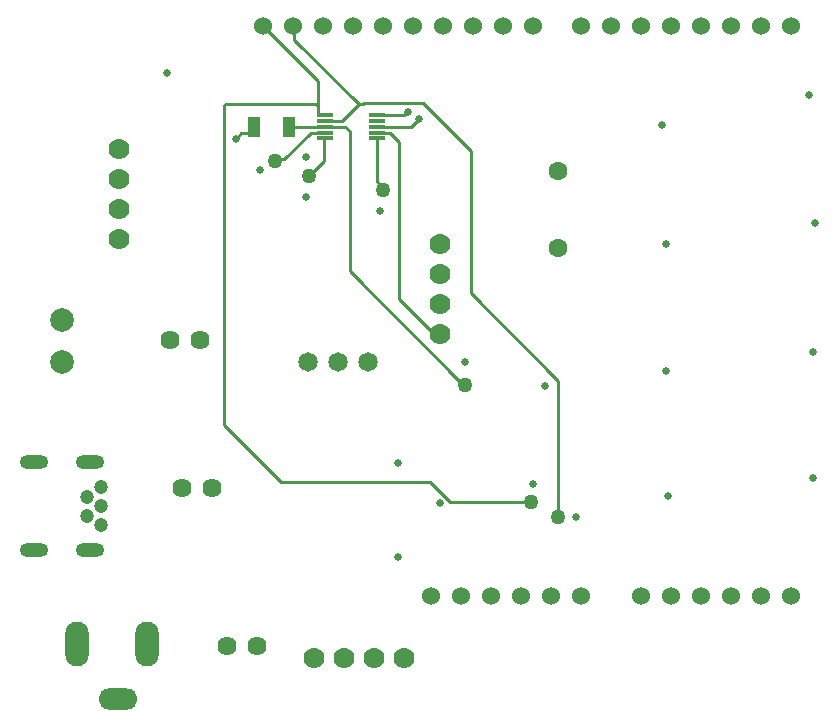
<source format=gbl>
G04*
G04 #@! TF.GenerationSoftware,Altium Limited,Altium Designer,23.10.1 (27)*
G04*
G04 Layer_Physical_Order=4*
G04 Layer_Color=16711680*
%FSLAX44Y44*%
%MOMM*%
G71*
G04*
G04 #@! TF.SameCoordinates,2AE02515-478E-4FF6-B523-2722CBD37BA3*
G04*
G04*
G04 #@! TF.FilePolarity,Positive*
G04*
G01*
G75*
%ADD11C,0.2540*%
%ADD41R,1.1176X1.8034*%
%ADD45C,1.6000*%
%ADD46C,1.7780*%
%ADD47C,1.6500*%
%ADD48C,1.6200*%
%ADD49C,1.5240*%
%ADD50O,2.4000X1.2000*%
%ADD51C,1.2000*%
%ADD52O,2.0000X3.8000*%
%ADD53O,3.3000X1.8000*%
%ADD54C,2.0000*%
%ADD55C,0.6350*%
%ADD56C,1.2700*%
%ADD57R,1.4700X0.3000*%
%ADD58R,1.4500X0.3000*%
D11*
X335690Y494110D02*
X346630D01*
X354330Y353060D02*
Y486410D01*
X346630Y494110D02*
X354330Y486410D01*
X256739Y471369D02*
X279480Y494110D01*
X248920Y469900D02*
X250389Y471369D01*
X256739D01*
X279480Y494110D02*
X291690D01*
X261366Y499110D02*
X291690D01*
X285610Y516343D02*
Y537350D01*
Y509340D02*
Y516343D01*
X207228Y518160D02*
X283792D01*
X285610Y516343D01*
X205740Y246380D02*
Y516672D01*
X207228Y518160D01*
X205740Y246380D02*
X254000Y198120D01*
X380718D01*
X397228Y181610D02*
X466090D01*
X380718Y198120D02*
X397228Y181610D01*
X291690Y499110D02*
X308610D01*
X312420Y495300D01*
Y377010D02*
Y495300D01*
X408759Y280670D02*
X410210D01*
X312420Y377010D02*
X408759Y280670D01*
X290830Y469900D02*
Y488800D01*
X278130Y457200D02*
X290830Y469900D01*
X291690Y504110D02*
X305990D01*
X320040Y518160D01*
X324485Y518795D02*
X374727D01*
X265430Y572770D02*
X320040Y518160D01*
X323850D02*
X324485Y518795D01*
X320040Y518160D02*
X323850D01*
X374727Y518795D02*
X415290Y478232D01*
X360919Y511810D02*
X361950D01*
X364490Y499110D02*
X370840Y505460D01*
X358219Y509110D02*
X360919Y511810D01*
X238760Y584200D02*
X285610Y537350D01*
X335690Y509110D02*
X358219D01*
X489330Y169290D02*
Y284100D01*
X415290Y358140D02*
Y478232D01*
Y358140D02*
X489330Y284100D01*
X340360Y445770D02*
Y447668D01*
X335690Y452338D02*
X340360Y447668D01*
X335690Y452338D02*
Y489110D01*
X285840Y509110D02*
X291690D01*
X285610Y509340D02*
X285840Y509110D01*
X265430Y572770D02*
Y582930D01*
X264160Y584200D02*
X265430Y582930D01*
X488950Y168910D02*
X489330Y169290D01*
X335690Y499110D02*
X364490D01*
X354330Y353060D02*
X383540Y323850D01*
X215900Y488950D02*
X220839Y493889D01*
X231394Y498207D02*
Y499110D01*
X227076Y493889D02*
X231394Y498207D01*
X220839Y493889D02*
X227076D01*
D41*
X261366Y499110D02*
D03*
X231394D02*
D03*
D45*
X488950Y396760D02*
D03*
Y461760D02*
D03*
D46*
X388620Y349250D02*
D03*
Y323850D02*
D03*
Y400050D02*
D03*
Y374650D02*
D03*
X307340Y49530D02*
D03*
X281940D02*
D03*
X358140D02*
D03*
X332740D02*
D03*
X116840Y429260D02*
D03*
Y403860D02*
D03*
Y480060D02*
D03*
Y454660D02*
D03*
D47*
X276860Y299720D02*
D03*
X302260D02*
D03*
X327660D02*
D03*
D48*
X160020Y318770D02*
D03*
X185420D02*
D03*
X170180Y193040D02*
D03*
X195580D02*
D03*
X208280Y59690D02*
D03*
X233680D02*
D03*
D49*
X508000Y101600D02*
D03*
X381000D02*
D03*
X406400D02*
D03*
X431800D02*
D03*
X457200D02*
D03*
X482600D02*
D03*
X508000Y584200D02*
D03*
X533400D02*
D03*
X558800D02*
D03*
X584200D02*
D03*
X609600D02*
D03*
X635000D02*
D03*
X660400D02*
D03*
X685800D02*
D03*
X238760D02*
D03*
X264160D02*
D03*
X289560D02*
D03*
X314960D02*
D03*
X340360D02*
D03*
X365760D02*
D03*
X391160D02*
D03*
X416560D02*
D03*
X441960D02*
D03*
X467360D02*
D03*
X685800Y101600D02*
D03*
X660400D02*
D03*
X635000D02*
D03*
X609600D02*
D03*
X558800D02*
D03*
X584200D02*
D03*
D50*
X45402Y140600D02*
D03*
X92901D02*
D03*
Y215000D02*
D03*
X45402D02*
D03*
D51*
X101918Y193600D02*
D03*
X89881Y185602D02*
D03*
Y169602D02*
D03*
X101918Y177601D02*
D03*
Y161601D02*
D03*
D52*
X141280Y60960D02*
D03*
X81280D02*
D03*
D53*
X116280Y14460D02*
D03*
D54*
X68580Y335000D02*
D03*
Y300000D02*
D03*
D55*
X410210Y299720D02*
D03*
X275590Y473710D02*
D03*
X337820Y427990D02*
D03*
X236220Y462280D02*
D03*
X275590Y439420D02*
D03*
X361950Y511810D02*
D03*
X504190Y168910D02*
D03*
X370840Y505460D02*
D03*
X477520Y279400D02*
D03*
X467360Y196850D02*
D03*
X215900Y488950D02*
D03*
X701040Y525780D02*
D03*
X706120Y417830D02*
D03*
X704850Y308610D02*
D03*
Y201930D02*
D03*
X581660Y186690D02*
D03*
X576580Y500380D02*
D03*
X580390Y400050D02*
D03*
Y292100D02*
D03*
X353060Y214630D02*
D03*
X388620Y180340D02*
D03*
X353060Y134620D02*
D03*
X157480Y544830D02*
D03*
D56*
X278130Y457200D02*
D03*
X410210Y280670D02*
D03*
X340360Y445770D02*
D03*
X248920Y469900D02*
D03*
X466090Y181610D02*
D03*
X488950Y168910D02*
D03*
D57*
X291690Y509110D02*
D03*
Y504110D02*
D03*
Y499110D02*
D03*
Y494110D02*
D03*
Y489110D02*
D03*
X335690D02*
D03*
Y494110D02*
D03*
Y499110D02*
D03*
Y504110D02*
D03*
D58*
Y509110D02*
D03*
M02*

</source>
